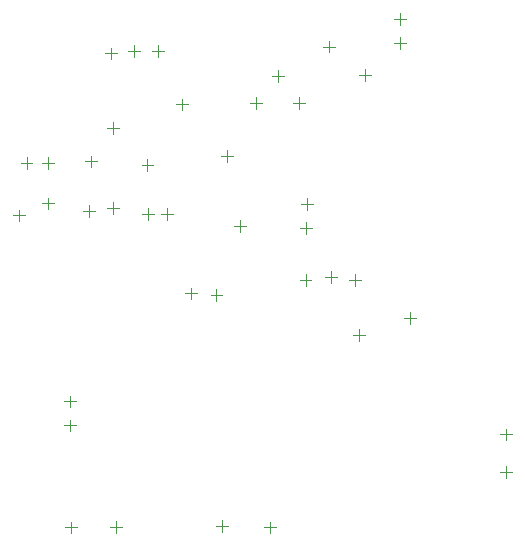
<source format=gbr>
%TF.GenerationSoftware,Altium Limited,Altium Designer,24.3.1 (35)*%
G04 Layer_Color=16711935*
%FSLAX43Y43*%
%MOMM*%
%TF.SameCoordinates,9DAA59CA-406A-4E62-98C5-13318CB5E6F2*%
%TF.FilePolarity,Positive*%
%TF.FileFunction,Other,Bottom_Component_Center*%
%TF.Part,Single*%
G01*
G75*
%TA.AperFunction,NonConductor*%
%ADD67C,0.100*%
D67*
X20176Y34849D02*
X21176D01*
X20676Y34349D02*
Y35349D01*
X15553Y35357D02*
X16553D01*
X16053Y34857D02*
Y35857D01*
Y41639D02*
Y42639D01*
X15553Y42139D02*
X16553D01*
X30074Y46058D02*
Y47058D01*
X29574Y46558D02*
X30574D01*
X13572Y35128D02*
X14572D01*
X14072Y34628D02*
Y35628D01*
X49378Y15680D02*
Y16680D01*
X48878Y16180D02*
X49878D01*
X24798Y8433D02*
X25798D01*
X25298Y7933D02*
Y8933D01*
X8763Y38667D02*
Y39667D01*
X8263Y39167D02*
X9263D01*
X8128Y34222D02*
Y35222D01*
X7628Y34722D02*
X8628D01*
X22208Y28118D02*
X23208D01*
X22708Y27618D02*
Y28618D01*
X31910Y33655D02*
X32910D01*
X32410Y33155D02*
Y34155D01*
X34519Y29040D02*
Y30040D01*
X34019Y29540D02*
X35019D01*
X36406Y24587D02*
X37406D01*
X36906Y24087D02*
Y25087D01*
X11921Y18974D02*
X12921D01*
X12421Y18474D02*
Y19474D01*
X11921Y16942D02*
X12921D01*
X12421Y16442D02*
Y17442D01*
X16307Y7857D02*
Y8857D01*
X15807Y8357D02*
X16807D01*
X29362Y7806D02*
Y8806D01*
X28862Y8306D02*
X29862D01*
X48878Y12979D02*
X49878D01*
X49378Y12479D02*
Y13479D01*
X25230Y39776D02*
X26230D01*
X25730Y39276D02*
Y40276D01*
X24841Y27491D02*
Y28491D01*
X24341Y27991D02*
X25341D01*
X41199Y25560D02*
Y26560D01*
X40699Y26060D02*
X41699D01*
X32385Y28761D02*
Y29761D01*
X31885Y29261D02*
X32885D01*
X36601Y28735D02*
Y29735D01*
X36101Y29235D02*
X37101D01*
X26822Y33358D02*
Y34358D01*
X26322Y33858D02*
X27322D01*
X18999Y38489D02*
Y39489D01*
X18499Y38989D02*
X19499D01*
X19050Y34323D02*
Y35323D01*
X18550Y34823D02*
X19550D01*
X14199Y38794D02*
Y39794D01*
X13699Y39294D02*
X14699D01*
X10566Y35238D02*
Y36238D01*
X10066Y35738D02*
X11066D01*
X10592Y38667D02*
Y39667D01*
X10092Y39167D02*
X11092D01*
X15900Y47938D02*
Y48938D01*
X15400Y48438D02*
X16400D01*
X17882Y48141D02*
Y49141D01*
X17382Y48641D02*
X18382D01*
X19888Y48166D02*
Y49166D01*
X19388Y48666D02*
X20388D01*
X21946Y43620D02*
Y44620D01*
X21446Y44120D02*
X22446D01*
X27719Y44221D02*
X28719D01*
X28219Y43721D02*
Y44721D01*
X31301Y44221D02*
X32301D01*
X31801Y43721D02*
Y44721D01*
X36889Y46634D02*
X37889D01*
X37389Y46134D02*
Y47134D01*
X33892Y49022D02*
X34892D01*
X34392Y48522D02*
Y49522D01*
X39911Y49301D02*
X40911D01*
X40411Y48801D02*
Y49801D01*
X39861Y51333D02*
X40861D01*
X40361Y50833D02*
Y51833D01*
X32037Y35662D02*
X33037D01*
X32537Y35162D02*
Y36162D01*
X12497Y7806D02*
Y8806D01*
X11997Y8306D02*
X12997D01*
%TF.MD5,d3db923b6aab8169e9a05c80377fabc0*%
M02*

</source>
